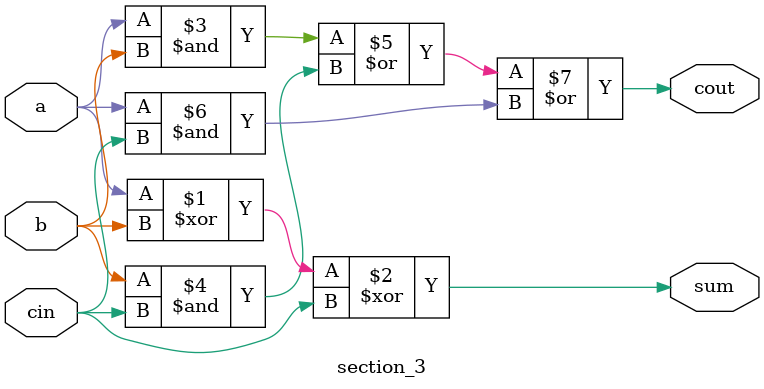
<source format=v>

`timescale 1ns / 1ps


module section_3(
    a, 
    b, 
    cin,
    cout,
    sum
    );
    
    input   a;
    input   b;
    input   cin;
    output  cout;
    output  sum;
    
    assign  sum = a ^ b ^ cin;
    assign  cout = (a & b) | (b & cin) | (a & cin);
    
endmodule

</source>
